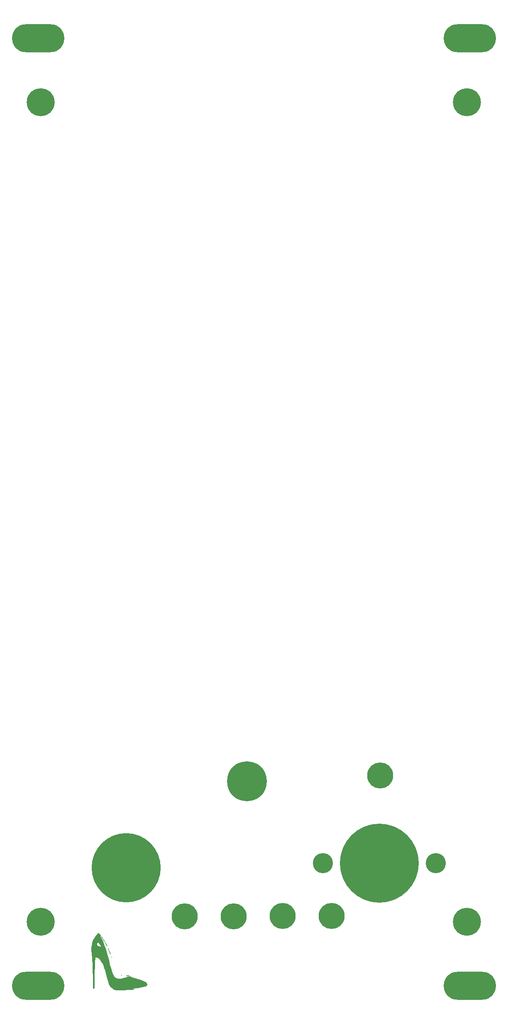
<source format=gbr>
G04 #@! TF.GenerationSoftware,KiCad,Pcbnew,(5.1.7)-1*
G04 #@! TF.CreationDate,2023-03-06T20:39:05+00:00*
G04 #@! TF.ProjectId,KOSMO-POLY6-PICO-DCO-FP,4b4f534d-4f2d-4504-9f4c-59362d504943,V0.1.0*
G04 #@! TF.SameCoordinates,Original*
G04 #@! TF.FileFunction,Soldermask,Bot*
G04 #@! TF.FilePolarity,Negative*
%FSLAX46Y46*%
G04 Gerber Fmt 4.6, Leading zero omitted, Abs format (unit mm)*
G04 Created by KiCad (PCBNEW (5.1.7)-1) date 2023-03-06 20:39:05*
%MOMM*%
%LPD*%
G01*
G04 APERTURE LIST*
%ADD10C,0.010000*%
%ADD11C,5.302000*%
%ADD12C,4.102000*%
%ADD13C,16.102000*%
%ADD14C,8.102000*%
%ADD15C,14.102000*%
%ADD16C,5.702000*%
%ADD17O,10.702000X5.702000*%
G04 APERTURE END LIST*
D10*
G36*
X81132132Y-182875615D02*
G01*
X81295448Y-183031238D01*
X81444122Y-183201030D01*
X81616192Y-183408659D01*
X81380807Y-183201030D01*
X81261603Y-183097853D01*
X81200389Y-183056495D01*
X81200331Y-183089835D01*
X81264595Y-183210750D01*
X81396345Y-183432118D01*
X81465868Y-183547079D01*
X81690556Y-183942521D01*
X81903207Y-184370426D01*
X82108205Y-184843827D01*
X82309934Y-185375754D01*
X82512777Y-185979238D01*
X82721119Y-186667309D01*
X82939344Y-187452998D01*
X83171836Y-188349336D01*
X83418773Y-189351926D01*
X83600349Y-190054192D01*
X83778085Y-190642032D01*
X83949735Y-191109149D01*
X84113054Y-191449247D01*
X84224995Y-191612838D01*
X84333607Y-191717548D01*
X84503267Y-191859158D01*
X84587329Y-191924282D01*
X84730298Y-192024538D01*
X84859695Y-192084772D01*
X85016985Y-192114449D01*
X85243632Y-192123032D01*
X85452452Y-192121724D01*
X85766711Y-192109305D01*
X86040155Y-192073902D01*
X86324927Y-192005183D01*
X86673168Y-191892812D01*
X86758918Y-191862816D01*
X87079043Y-191752570D01*
X87297672Y-191686792D01*
X87442589Y-191660487D01*
X87541579Y-191668665D01*
X87622427Y-191706330D01*
X87624041Y-191707344D01*
X87768426Y-191777705D01*
X87994277Y-191866161D01*
X88226232Y-191944951D01*
X88900808Y-192158943D01*
X89454766Y-192340000D01*
X89900286Y-192494234D01*
X90249548Y-192627757D01*
X90514731Y-192746684D01*
X90708014Y-192857127D01*
X90841578Y-192965199D01*
X90927603Y-193077013D01*
X90978267Y-193198682D01*
X91005750Y-193336319D01*
X91006279Y-193340267D01*
X91004969Y-193443277D01*
X90948151Y-193516745D01*
X90806620Y-193585221D01*
X90648575Y-193640963D01*
X90452026Y-193695209D01*
X90150676Y-193763976D01*
X89776515Y-193840620D01*
X89361534Y-193918497D01*
X89061668Y-193970558D01*
X88669849Y-194037664D01*
X88327322Y-194099211D01*
X88056673Y-194150904D01*
X87880488Y-194188452D01*
X87821659Y-194206239D01*
X87860224Y-194227441D01*
X87997673Y-194239172D01*
X88055514Y-194239995D01*
X88217718Y-194253246D01*
X88266720Y-194289073D01*
X88257376Y-194302529D01*
X88173304Y-194320470D01*
X87973282Y-194338493D01*
X87679778Y-194355995D01*
X87315260Y-194372371D01*
X86902195Y-194387015D01*
X86463051Y-194399322D01*
X86020297Y-194408688D01*
X85596401Y-194414509D01*
X85213829Y-194416179D01*
X84895050Y-194413093D01*
X84662532Y-194404647D01*
X84610019Y-194400713D01*
X84418390Y-194372533D01*
X84299906Y-194334384D01*
X84281273Y-194313809D01*
X84224188Y-194250935D01*
X84085652Y-194175843D01*
X84074390Y-194171094D01*
X83852086Y-194029547D01*
X83614106Y-193799249D01*
X83396129Y-193519987D01*
X83235729Y-193235851D01*
X83182109Y-193086085D01*
X83101939Y-192824723D01*
X83001659Y-192474599D01*
X82887711Y-192058548D01*
X82766532Y-191599405D01*
X82690015Y-191300821D01*
X82544184Y-190734986D01*
X82420613Y-190281372D01*
X82311847Y-189917008D01*
X82210427Y-189618924D01*
X82108899Y-189364148D01*
X81999804Y-189129709D01*
X81959349Y-189049944D01*
X81719616Y-188639583D01*
X81462040Y-188291905D01*
X81200244Y-188017717D01*
X80947853Y-187827827D01*
X80718490Y-187733041D01*
X80525779Y-187744166D01*
X80415887Y-187825600D01*
X80397584Y-187913092D01*
X80378066Y-188122110D01*
X80357879Y-188435775D01*
X80337568Y-188837205D01*
X80317681Y-189309519D01*
X80298763Y-189835835D01*
X80281362Y-190399272D01*
X80266022Y-190982950D01*
X80253292Y-191569988D01*
X80243716Y-192143503D01*
X80237842Y-192686615D01*
X80236216Y-193182443D01*
X80236841Y-193357570D01*
X80237244Y-193685967D01*
X80230850Y-193900225D01*
X80213147Y-194024602D01*
X80179620Y-194083361D01*
X80125757Y-194100761D01*
X80098421Y-194101575D01*
X80061160Y-194098765D01*
X80031010Y-194081487D01*
X80007206Y-194036470D01*
X79988982Y-193950440D01*
X79975573Y-193810127D01*
X79966214Y-193602258D01*
X79960141Y-193313562D01*
X79956587Y-192930766D01*
X79954789Y-192440599D01*
X79953980Y-191829788D01*
X79953795Y-191592719D01*
X79947289Y-190661148D01*
X79929656Y-189791127D01*
X79901587Y-188994213D01*
X79863770Y-188281959D01*
X79816897Y-187665918D01*
X79761658Y-187157646D01*
X79698743Y-186768695D01*
X79654804Y-186587846D01*
X79614969Y-186295008D01*
X79630881Y-185911934D01*
X79695528Y-185471762D01*
X79801897Y-185007630D01*
X79810226Y-184980769D01*
X80763708Y-184980769D01*
X80763744Y-185178395D01*
X80875339Y-185364249D01*
X81087802Y-185513166D01*
X81210439Y-185560489D01*
X81473877Y-185632804D01*
X81620900Y-185651062D01*
X81651300Y-185631319D01*
X81611370Y-185496779D01*
X81508830Y-185300594D01*
X81369560Y-185087566D01*
X81249274Y-184935332D01*
X81110438Y-184784257D01*
X81023621Y-184724672D01*
X80951518Y-184742327D01*
X80885922Y-184796539D01*
X80763708Y-184980769D01*
X79810226Y-184980769D01*
X79942973Y-184552674D01*
X80111745Y-184140033D01*
X80214950Y-183941168D01*
X80332071Y-183750701D01*
X80483160Y-183524336D01*
X80647634Y-183290430D01*
X80804907Y-183077342D01*
X80934395Y-182913428D01*
X81015514Y-182827047D01*
X81028532Y-182820376D01*
X81132132Y-182875615D01*
G37*
X81132132Y-182875615D02*
X81295448Y-183031238D01*
X81444122Y-183201030D01*
X81616192Y-183408659D01*
X81380807Y-183201030D01*
X81261603Y-183097853D01*
X81200389Y-183056495D01*
X81200331Y-183089835D01*
X81264595Y-183210750D01*
X81396345Y-183432118D01*
X81465868Y-183547079D01*
X81690556Y-183942521D01*
X81903207Y-184370426D01*
X82108205Y-184843827D01*
X82309934Y-185375754D01*
X82512777Y-185979238D01*
X82721119Y-186667309D01*
X82939344Y-187452998D01*
X83171836Y-188349336D01*
X83418773Y-189351926D01*
X83600349Y-190054192D01*
X83778085Y-190642032D01*
X83949735Y-191109149D01*
X84113054Y-191449247D01*
X84224995Y-191612838D01*
X84333607Y-191717548D01*
X84503267Y-191859158D01*
X84587329Y-191924282D01*
X84730298Y-192024538D01*
X84859695Y-192084772D01*
X85016985Y-192114449D01*
X85243632Y-192123032D01*
X85452452Y-192121724D01*
X85766711Y-192109305D01*
X86040155Y-192073902D01*
X86324927Y-192005183D01*
X86673168Y-191892812D01*
X86758918Y-191862816D01*
X87079043Y-191752570D01*
X87297672Y-191686792D01*
X87442589Y-191660487D01*
X87541579Y-191668665D01*
X87622427Y-191706330D01*
X87624041Y-191707344D01*
X87768426Y-191777705D01*
X87994277Y-191866161D01*
X88226232Y-191944951D01*
X88900808Y-192158943D01*
X89454766Y-192340000D01*
X89900286Y-192494234D01*
X90249548Y-192627757D01*
X90514731Y-192746684D01*
X90708014Y-192857127D01*
X90841578Y-192965199D01*
X90927603Y-193077013D01*
X90978267Y-193198682D01*
X91005750Y-193336319D01*
X91006279Y-193340267D01*
X91004969Y-193443277D01*
X90948151Y-193516745D01*
X90806620Y-193585221D01*
X90648575Y-193640963D01*
X90452026Y-193695209D01*
X90150676Y-193763976D01*
X89776515Y-193840620D01*
X89361534Y-193918497D01*
X89061668Y-193970558D01*
X88669849Y-194037664D01*
X88327322Y-194099211D01*
X88056673Y-194150904D01*
X87880488Y-194188452D01*
X87821659Y-194206239D01*
X87860224Y-194227441D01*
X87997673Y-194239172D01*
X88055514Y-194239995D01*
X88217718Y-194253246D01*
X88266720Y-194289073D01*
X88257376Y-194302529D01*
X88173304Y-194320470D01*
X87973282Y-194338493D01*
X87679778Y-194355995D01*
X87315260Y-194372371D01*
X86902195Y-194387015D01*
X86463051Y-194399322D01*
X86020297Y-194408688D01*
X85596401Y-194414509D01*
X85213829Y-194416179D01*
X84895050Y-194413093D01*
X84662532Y-194404647D01*
X84610019Y-194400713D01*
X84418390Y-194372533D01*
X84299906Y-194334384D01*
X84281273Y-194313809D01*
X84224188Y-194250935D01*
X84085652Y-194175843D01*
X84074390Y-194171094D01*
X83852086Y-194029547D01*
X83614106Y-193799249D01*
X83396129Y-193519987D01*
X83235729Y-193235851D01*
X83182109Y-193086085D01*
X83101939Y-192824723D01*
X83001659Y-192474599D01*
X82887711Y-192058548D01*
X82766532Y-191599405D01*
X82690015Y-191300821D01*
X82544184Y-190734986D01*
X82420613Y-190281372D01*
X82311847Y-189917008D01*
X82210427Y-189618924D01*
X82108899Y-189364148D01*
X81999804Y-189129709D01*
X81959349Y-189049944D01*
X81719616Y-188639583D01*
X81462040Y-188291905D01*
X81200244Y-188017717D01*
X80947853Y-187827827D01*
X80718490Y-187733041D01*
X80525779Y-187744166D01*
X80415887Y-187825600D01*
X80397584Y-187913092D01*
X80378066Y-188122110D01*
X80357879Y-188435775D01*
X80337568Y-188837205D01*
X80317681Y-189309519D01*
X80298763Y-189835835D01*
X80281362Y-190399272D01*
X80266022Y-190982950D01*
X80253292Y-191569988D01*
X80243716Y-192143503D01*
X80237842Y-192686615D01*
X80236216Y-193182443D01*
X80236841Y-193357570D01*
X80237244Y-193685967D01*
X80230850Y-193900225D01*
X80213147Y-194024602D01*
X80179620Y-194083361D01*
X80125757Y-194100761D01*
X80098421Y-194101575D01*
X80061160Y-194098765D01*
X80031010Y-194081487D01*
X80007206Y-194036470D01*
X79988982Y-193950440D01*
X79975573Y-193810127D01*
X79966214Y-193602258D01*
X79960141Y-193313562D01*
X79956587Y-192930766D01*
X79954789Y-192440599D01*
X79953980Y-191829788D01*
X79953795Y-191592719D01*
X79947289Y-190661148D01*
X79929656Y-189791127D01*
X79901587Y-188994213D01*
X79863770Y-188281959D01*
X79816897Y-187665918D01*
X79761658Y-187157646D01*
X79698743Y-186768695D01*
X79654804Y-186587846D01*
X79614969Y-186295008D01*
X79630881Y-185911934D01*
X79695528Y-185471762D01*
X79801897Y-185007630D01*
X79810226Y-184980769D01*
X80763708Y-184980769D01*
X80763744Y-185178395D01*
X80875339Y-185364249D01*
X81087802Y-185513166D01*
X81210439Y-185560489D01*
X81473877Y-185632804D01*
X81620900Y-185651062D01*
X81651300Y-185631319D01*
X81611370Y-185496779D01*
X81508830Y-185300594D01*
X81369560Y-185087566D01*
X81249274Y-184935332D01*
X81110438Y-184784257D01*
X81023621Y-184724672D01*
X80951518Y-184742327D01*
X80885922Y-184796539D01*
X80763708Y-184980769D01*
X79810226Y-184980769D01*
X79942973Y-184552674D01*
X80111745Y-184140033D01*
X80214950Y-183941168D01*
X80332071Y-183750701D01*
X80483160Y-183524336D01*
X80647634Y-183290430D01*
X80804907Y-183077342D01*
X80934395Y-182913428D01*
X81015514Y-182827047D01*
X81028532Y-182820376D01*
X81132132Y-182875615D01*
G36*
X87298409Y-191489369D02*
G01*
X87307658Y-191490303D01*
X87373148Y-191503136D01*
X87313853Y-191512871D01*
X87143400Y-191517813D01*
X87084270Y-191518102D01*
X86882233Y-191515052D01*
X86782286Y-191506468D01*
X86800730Y-191494050D01*
X86823189Y-191490861D01*
X87052058Y-191479242D01*
X87298409Y-191489369D01*
G37*
X87298409Y-191489369D02*
X87307658Y-191490303D01*
X87373148Y-191503136D01*
X87313853Y-191512871D01*
X87143400Y-191517813D01*
X87084270Y-191518102D01*
X86882233Y-191515052D01*
X86782286Y-191506468D01*
X86800730Y-191494050D01*
X86823189Y-191490861D01*
X87052058Y-191479242D01*
X87298409Y-191489369D01*
G36*
X85803888Y-191436997D02*
G01*
X85769283Y-191471602D01*
X85734679Y-191436997D01*
X85769283Y-191402392D01*
X85803888Y-191436997D01*
G37*
X85803888Y-191436997D02*
X85769283Y-191471602D01*
X85734679Y-191436997D01*
X85769283Y-191402392D01*
X85803888Y-191436997D01*
G36*
X83796804Y-187699668D02*
G01*
X83762199Y-187734273D01*
X83727594Y-187699668D01*
X83762199Y-187665063D01*
X83796804Y-187699668D01*
G37*
X83796804Y-187699668D02*
X83762199Y-187734273D01*
X83727594Y-187699668D01*
X83762199Y-187665063D01*
X83796804Y-187699668D01*
G36*
X83589174Y-187145989D02*
G01*
X83554570Y-187180594D01*
X83519965Y-187145989D01*
X83554570Y-187111384D01*
X83589174Y-187145989D01*
G37*
X83589174Y-187145989D02*
X83554570Y-187180594D01*
X83519965Y-187145989D01*
X83554570Y-187111384D01*
X83589174Y-187145989D01*
G36*
X83519965Y-187007570D02*
G01*
X83485360Y-187042174D01*
X83450755Y-187007570D01*
X83485360Y-186972965D01*
X83519965Y-187007570D01*
G37*
X83519965Y-187007570D02*
X83485360Y-187042174D01*
X83450755Y-187007570D01*
X83485360Y-186972965D01*
X83519965Y-187007570D01*
G36*
X83427685Y-186788405D02*
G01*
X83435968Y-186870541D01*
X83427685Y-186880685D01*
X83386540Y-186871185D01*
X83381545Y-186834545D01*
X83406868Y-186777578D01*
X83427685Y-186788405D01*
G37*
X83427685Y-186788405D02*
X83435968Y-186870541D01*
X83427685Y-186880685D01*
X83386540Y-186871185D01*
X83381545Y-186834545D01*
X83406868Y-186777578D01*
X83427685Y-186788405D01*
G36*
X83381545Y-186661521D02*
G01*
X83346940Y-186696125D01*
X83312335Y-186661521D01*
X83346940Y-186626916D01*
X83381545Y-186661521D01*
G37*
X83381545Y-186661521D02*
X83346940Y-186696125D01*
X83312335Y-186661521D01*
X83346940Y-186626916D01*
X83381545Y-186661521D01*
G36*
X83312335Y-186523101D02*
G01*
X83277730Y-186557706D01*
X83243125Y-186523101D01*
X83277730Y-186488496D01*
X83312335Y-186523101D01*
G37*
X83312335Y-186523101D02*
X83277730Y-186557706D01*
X83243125Y-186523101D01*
X83277730Y-186488496D01*
X83312335Y-186523101D01*
G36*
X83220056Y-186303937D02*
G01*
X83228339Y-186386072D01*
X83220056Y-186396216D01*
X83178910Y-186386716D01*
X83173916Y-186350076D01*
X83199238Y-186293109D01*
X83220056Y-186303937D01*
G37*
X83220056Y-186303937D02*
X83228339Y-186386072D01*
X83220056Y-186396216D01*
X83178910Y-186386716D01*
X83173916Y-186350076D01*
X83199238Y-186293109D01*
X83220056Y-186303937D01*
G36*
X83173916Y-186177052D02*
G01*
X83139311Y-186211657D01*
X83104706Y-186177052D01*
X83139311Y-186142447D01*
X83173916Y-186177052D01*
G37*
X83173916Y-186177052D02*
X83139311Y-186211657D01*
X83104706Y-186177052D01*
X83139311Y-186142447D01*
X83173916Y-186177052D01*
G36*
X83104706Y-186038632D02*
G01*
X83070101Y-186073237D01*
X83035496Y-186038632D01*
X83070101Y-186004027D01*
X83104706Y-186038632D01*
G37*
X83104706Y-186038632D02*
X83070101Y-186073237D01*
X83035496Y-186038632D01*
X83070101Y-186004027D01*
X83104706Y-186038632D01*
G36*
X82827867Y-185415744D02*
G01*
X82793262Y-185450349D01*
X82758657Y-185415744D01*
X82793262Y-185381139D01*
X82827867Y-185415744D01*
G37*
X82827867Y-185415744D02*
X82793262Y-185450349D01*
X82758657Y-185415744D01*
X82793262Y-185381139D01*
X82827867Y-185415744D01*
G36*
X82758657Y-185277324D02*
G01*
X82724052Y-185311929D01*
X82689447Y-185277324D01*
X82724052Y-185242719D01*
X82758657Y-185277324D01*
G37*
X82758657Y-185277324D02*
X82724052Y-185311929D01*
X82689447Y-185277324D01*
X82724052Y-185242719D01*
X82758657Y-185277324D01*
G36*
X82689447Y-185138905D02*
G01*
X82654842Y-185173510D01*
X82620237Y-185138905D01*
X82654842Y-185104300D01*
X82689447Y-185138905D01*
G37*
X82689447Y-185138905D02*
X82654842Y-185173510D01*
X82620237Y-185138905D01*
X82654842Y-185104300D01*
X82689447Y-185138905D01*
G36*
X82620237Y-185000485D02*
G01*
X82585632Y-185035090D01*
X82551027Y-185000485D01*
X82585632Y-184965880D01*
X82620237Y-185000485D01*
G37*
X82620237Y-185000485D02*
X82585632Y-185035090D01*
X82551027Y-185000485D01*
X82585632Y-184965880D01*
X82620237Y-185000485D01*
G36*
X82551027Y-184862065D02*
G01*
X82516422Y-184896670D01*
X82481818Y-184862065D01*
X82516422Y-184827461D01*
X82551027Y-184862065D01*
G37*
X82551027Y-184862065D02*
X82516422Y-184896670D01*
X82481818Y-184862065D01*
X82516422Y-184827461D01*
X82551027Y-184862065D01*
G36*
X81863676Y-183774335D02*
G01*
X81964823Y-183917530D01*
X82096971Y-184120434D01*
X82117232Y-184152665D01*
X82286726Y-184424090D01*
X82394374Y-184599313D01*
X82451976Y-184699337D01*
X82471332Y-184745162D01*
X82464243Y-184757788D01*
X82457501Y-184758251D01*
X82407861Y-184704019D01*
X82306714Y-184560825D01*
X82174566Y-184357920D01*
X82154305Y-184325689D01*
X81984811Y-184054265D01*
X81877163Y-183879041D01*
X81819561Y-183779017D01*
X81800205Y-183733193D01*
X81807294Y-183720566D01*
X81814036Y-183720104D01*
X81863676Y-183774335D01*
G37*
X81863676Y-183774335D02*
X81964823Y-183917530D01*
X82096971Y-184120434D01*
X82117232Y-184152665D01*
X82286726Y-184424090D01*
X82394374Y-184599313D01*
X82451976Y-184699337D01*
X82471332Y-184745162D01*
X82464243Y-184757788D01*
X82457501Y-184758251D01*
X82407861Y-184704019D01*
X82306714Y-184560825D01*
X82174566Y-184357920D01*
X82154305Y-184325689D01*
X81984811Y-184054265D01*
X81877163Y-183879041D01*
X81819561Y-183779017D01*
X81800205Y-183733193D01*
X81807294Y-183720566D01*
X81814036Y-183720104D01*
X81863676Y-183774335D01*
G36*
X81640606Y-183471260D02*
G01*
X81714323Y-183535597D01*
X81720510Y-183551164D01*
X81687664Y-183579610D01*
X81619281Y-183515869D01*
X81610086Y-183501781D01*
X81601929Y-183454421D01*
X81640606Y-183471260D01*
G37*
X81640606Y-183471260D02*
X81714323Y-183535597D01*
X81720510Y-183551164D01*
X81687664Y-183579610D01*
X81619281Y-183515869D01*
X81610086Y-183501781D01*
X81601929Y-183454421D01*
X81640606Y-183471260D01*
G36*
X81132132Y-182875615D02*
G01*
X81295448Y-183031238D01*
X81444122Y-183201030D01*
X81616192Y-183408659D01*
X81380807Y-183201030D01*
X81261603Y-183097853D01*
X81200389Y-183056495D01*
X81200331Y-183089835D01*
X81264595Y-183210750D01*
X81396345Y-183432118D01*
X81465868Y-183547079D01*
X81690556Y-183942521D01*
X81903207Y-184370426D01*
X82108205Y-184843827D01*
X82309934Y-185375754D01*
X82512777Y-185979238D01*
X82721119Y-186667309D01*
X82939344Y-187452998D01*
X83171836Y-188349336D01*
X83418773Y-189351926D01*
X83600349Y-190054192D01*
X83778085Y-190642032D01*
X83949735Y-191109149D01*
X84113054Y-191449247D01*
X84224995Y-191612838D01*
X84333607Y-191717548D01*
X84503267Y-191859158D01*
X84587329Y-191924282D01*
X84730298Y-192024538D01*
X84859695Y-192084772D01*
X85016985Y-192114449D01*
X85243632Y-192123032D01*
X85452452Y-192121724D01*
X85766711Y-192109305D01*
X86040155Y-192073902D01*
X86324927Y-192005183D01*
X86673168Y-191892812D01*
X86758918Y-191862816D01*
X87079043Y-191752570D01*
X87297672Y-191686792D01*
X87442589Y-191660487D01*
X87541579Y-191668665D01*
X87622427Y-191706330D01*
X87624041Y-191707344D01*
X87768426Y-191777705D01*
X87994277Y-191866161D01*
X88226232Y-191944951D01*
X88900808Y-192158943D01*
X89454766Y-192340000D01*
X89900286Y-192494234D01*
X90249548Y-192627757D01*
X90514731Y-192746684D01*
X90708014Y-192857127D01*
X90841578Y-192965199D01*
X90927603Y-193077013D01*
X90978267Y-193198682D01*
X91005750Y-193336319D01*
X91006279Y-193340267D01*
X91004969Y-193443277D01*
X90948151Y-193516745D01*
X90806620Y-193585221D01*
X90648575Y-193640963D01*
X90452026Y-193695209D01*
X90150676Y-193763976D01*
X89776515Y-193840620D01*
X89361534Y-193918497D01*
X89061668Y-193970558D01*
X88669849Y-194037664D01*
X88327322Y-194099211D01*
X88056673Y-194150904D01*
X87880488Y-194188452D01*
X87821659Y-194206239D01*
X87860224Y-194227441D01*
X87997673Y-194239172D01*
X88055514Y-194239995D01*
X88217718Y-194253246D01*
X88266720Y-194289073D01*
X88257376Y-194302529D01*
X88173304Y-194320470D01*
X87973282Y-194338493D01*
X87679778Y-194355995D01*
X87315260Y-194372371D01*
X86902195Y-194387015D01*
X86463051Y-194399322D01*
X86020297Y-194408688D01*
X85596401Y-194414509D01*
X85213829Y-194416179D01*
X84895050Y-194413093D01*
X84662532Y-194404647D01*
X84610019Y-194400713D01*
X84418390Y-194372533D01*
X84299906Y-194334384D01*
X84281273Y-194313809D01*
X84224188Y-194250935D01*
X84085652Y-194175843D01*
X84074390Y-194171094D01*
X83852086Y-194029547D01*
X83614106Y-193799249D01*
X83396129Y-193519987D01*
X83235729Y-193235851D01*
X83182109Y-193086085D01*
X83101939Y-192824723D01*
X83001659Y-192474599D01*
X82887711Y-192058548D01*
X82766532Y-191599405D01*
X82690015Y-191300821D01*
X82544184Y-190734986D01*
X82420613Y-190281372D01*
X82311847Y-189917008D01*
X82210427Y-189618924D01*
X82108899Y-189364148D01*
X81999804Y-189129709D01*
X81959349Y-189049944D01*
X81719616Y-188639583D01*
X81462040Y-188291905D01*
X81200244Y-188017717D01*
X80947853Y-187827827D01*
X80718490Y-187733041D01*
X80525779Y-187744166D01*
X80415887Y-187825600D01*
X80397584Y-187913092D01*
X80378066Y-188122110D01*
X80357879Y-188435775D01*
X80337568Y-188837205D01*
X80317681Y-189309519D01*
X80298763Y-189835835D01*
X80281362Y-190399272D01*
X80266022Y-190982950D01*
X80253292Y-191569988D01*
X80243716Y-192143503D01*
X80237842Y-192686615D01*
X80236216Y-193182443D01*
X80236841Y-193357570D01*
X80237244Y-193685967D01*
X80230850Y-193900225D01*
X80213147Y-194024602D01*
X80179620Y-194083361D01*
X80125757Y-194100761D01*
X80098421Y-194101575D01*
X80061160Y-194098765D01*
X80031010Y-194081487D01*
X80007206Y-194036470D01*
X79988982Y-193950440D01*
X79975573Y-193810127D01*
X79966214Y-193602258D01*
X79960141Y-193313562D01*
X79956587Y-192930766D01*
X79954789Y-192440599D01*
X79953980Y-191829788D01*
X79953795Y-191592719D01*
X79947289Y-190661148D01*
X79929656Y-189791127D01*
X79901587Y-188994213D01*
X79863770Y-188281959D01*
X79816897Y-187665918D01*
X79761658Y-187157646D01*
X79698743Y-186768695D01*
X79654804Y-186587846D01*
X79614969Y-186295008D01*
X79630881Y-185911934D01*
X79695528Y-185471762D01*
X79801897Y-185007630D01*
X79810226Y-184980769D01*
X80763708Y-184980769D01*
X80763744Y-185178395D01*
X80875339Y-185364249D01*
X81087802Y-185513166D01*
X81210439Y-185560489D01*
X81473877Y-185632804D01*
X81620900Y-185651062D01*
X81651300Y-185631319D01*
X81611370Y-185496779D01*
X81508830Y-185300594D01*
X81369560Y-185087566D01*
X81249274Y-184935332D01*
X81110438Y-184784257D01*
X81023621Y-184724672D01*
X80951518Y-184742327D01*
X80885922Y-184796539D01*
X80763708Y-184980769D01*
X79810226Y-184980769D01*
X79942973Y-184552674D01*
X80111745Y-184140033D01*
X80214950Y-183941168D01*
X80332071Y-183750701D01*
X80483160Y-183524336D01*
X80647634Y-183290430D01*
X80804907Y-183077342D01*
X80934395Y-182913428D01*
X81015514Y-182827047D01*
X81028532Y-182820376D01*
X81132132Y-182875615D01*
G37*
X81132132Y-182875615D02*
X81295448Y-183031238D01*
X81444122Y-183201030D01*
X81616192Y-183408659D01*
X81380807Y-183201030D01*
X81261603Y-183097853D01*
X81200389Y-183056495D01*
X81200331Y-183089835D01*
X81264595Y-183210750D01*
X81396345Y-183432118D01*
X81465868Y-183547079D01*
X81690556Y-183942521D01*
X81903207Y-184370426D01*
X82108205Y-184843827D01*
X82309934Y-185375754D01*
X82512777Y-185979238D01*
X82721119Y-186667309D01*
X82939344Y-187452998D01*
X83171836Y-188349336D01*
X83418773Y-189351926D01*
X83600349Y-190054192D01*
X83778085Y-190642032D01*
X83949735Y-191109149D01*
X84113054Y-191449247D01*
X84224995Y-191612838D01*
X84333607Y-191717548D01*
X84503267Y-191859158D01*
X84587329Y-191924282D01*
X84730298Y-192024538D01*
X84859695Y-192084772D01*
X85016985Y-192114449D01*
X85243632Y-192123032D01*
X85452452Y-192121724D01*
X85766711Y-192109305D01*
X86040155Y-192073902D01*
X86324927Y-192005183D01*
X86673168Y-191892812D01*
X86758918Y-191862816D01*
X87079043Y-191752570D01*
X87297672Y-191686792D01*
X87442589Y-191660487D01*
X87541579Y-191668665D01*
X87622427Y-191706330D01*
X87624041Y-191707344D01*
X87768426Y-191777705D01*
X87994277Y-191866161D01*
X88226232Y-191944951D01*
X88900808Y-192158943D01*
X89454766Y-192340000D01*
X89900286Y-192494234D01*
X90249548Y-192627757D01*
X90514731Y-192746684D01*
X90708014Y-192857127D01*
X90841578Y-192965199D01*
X90927603Y-193077013D01*
X90978267Y-193198682D01*
X91005750Y-193336319D01*
X91006279Y-193340267D01*
X91004969Y-193443277D01*
X90948151Y-193516745D01*
X90806620Y-193585221D01*
X90648575Y-193640963D01*
X90452026Y-193695209D01*
X90150676Y-193763976D01*
X89776515Y-193840620D01*
X89361534Y-193918497D01*
X89061668Y-193970558D01*
X88669849Y-194037664D01*
X88327322Y-194099211D01*
X88056673Y-194150904D01*
X87880488Y-194188452D01*
X87821659Y-194206239D01*
X87860224Y-194227441D01*
X87997673Y-194239172D01*
X88055514Y-194239995D01*
X88217718Y-194253246D01*
X88266720Y-194289073D01*
X88257376Y-194302529D01*
X88173304Y-194320470D01*
X87973282Y-194338493D01*
X87679778Y-194355995D01*
X87315260Y-194372371D01*
X86902195Y-194387015D01*
X86463051Y-194399322D01*
X86020297Y-194408688D01*
X85596401Y-194414509D01*
X85213829Y-194416179D01*
X84895050Y-194413093D01*
X84662532Y-194404647D01*
X84610019Y-194400713D01*
X84418390Y-194372533D01*
X84299906Y-194334384D01*
X84281273Y-194313809D01*
X84224188Y-194250935D01*
X84085652Y-194175843D01*
X84074390Y-194171094D01*
X83852086Y-194029547D01*
X83614106Y-193799249D01*
X83396129Y-193519987D01*
X83235729Y-193235851D01*
X83182109Y-193086085D01*
X83101939Y-192824723D01*
X83001659Y-192474599D01*
X82887711Y-192058548D01*
X82766532Y-191599405D01*
X82690015Y-191300821D01*
X82544184Y-190734986D01*
X82420613Y-190281372D01*
X82311847Y-189917008D01*
X82210427Y-189618924D01*
X82108899Y-189364148D01*
X81999804Y-189129709D01*
X81959349Y-189049944D01*
X81719616Y-188639583D01*
X81462040Y-188291905D01*
X81200244Y-188017717D01*
X80947853Y-187827827D01*
X80718490Y-187733041D01*
X80525779Y-187744166D01*
X80415887Y-187825600D01*
X80397584Y-187913092D01*
X80378066Y-188122110D01*
X80357879Y-188435775D01*
X80337568Y-188837205D01*
X80317681Y-189309519D01*
X80298763Y-189835835D01*
X80281362Y-190399272D01*
X80266022Y-190982950D01*
X80253292Y-191569988D01*
X80243716Y-192143503D01*
X80237842Y-192686615D01*
X80236216Y-193182443D01*
X80236841Y-193357570D01*
X80237244Y-193685967D01*
X80230850Y-193900225D01*
X80213147Y-194024602D01*
X80179620Y-194083361D01*
X80125757Y-194100761D01*
X80098421Y-194101575D01*
X80061160Y-194098765D01*
X80031010Y-194081487D01*
X80007206Y-194036470D01*
X79988982Y-193950440D01*
X79975573Y-193810127D01*
X79966214Y-193602258D01*
X79960141Y-193313562D01*
X79956587Y-192930766D01*
X79954789Y-192440599D01*
X79953980Y-191829788D01*
X79953795Y-191592719D01*
X79947289Y-190661148D01*
X79929656Y-189791127D01*
X79901587Y-188994213D01*
X79863770Y-188281959D01*
X79816897Y-187665918D01*
X79761658Y-187157646D01*
X79698743Y-186768695D01*
X79654804Y-186587846D01*
X79614969Y-186295008D01*
X79630881Y-185911934D01*
X79695528Y-185471762D01*
X79801897Y-185007630D01*
X79810226Y-184980769D01*
X80763708Y-184980769D01*
X80763744Y-185178395D01*
X80875339Y-185364249D01*
X81087802Y-185513166D01*
X81210439Y-185560489D01*
X81473877Y-185632804D01*
X81620900Y-185651062D01*
X81651300Y-185631319D01*
X81611370Y-185496779D01*
X81508830Y-185300594D01*
X81369560Y-185087566D01*
X81249274Y-184935332D01*
X81110438Y-184784257D01*
X81023621Y-184724672D01*
X80951518Y-184742327D01*
X80885922Y-184796539D01*
X80763708Y-184980769D01*
X79810226Y-184980769D01*
X79942973Y-184552674D01*
X80111745Y-184140033D01*
X80214950Y-183941168D01*
X80332071Y-183750701D01*
X80483160Y-183524336D01*
X80647634Y-183290430D01*
X80804907Y-183077342D01*
X80934395Y-182913428D01*
X81015514Y-182827047D01*
X81028532Y-182820376D01*
X81132132Y-182875615D01*
G36*
X87298409Y-191489369D02*
G01*
X87307658Y-191490303D01*
X87373148Y-191503136D01*
X87313853Y-191512871D01*
X87143400Y-191517813D01*
X87084270Y-191518102D01*
X86882233Y-191515052D01*
X86782286Y-191506468D01*
X86800730Y-191494050D01*
X86823189Y-191490861D01*
X87052058Y-191479242D01*
X87298409Y-191489369D01*
G37*
X87298409Y-191489369D02*
X87307658Y-191490303D01*
X87373148Y-191503136D01*
X87313853Y-191512871D01*
X87143400Y-191517813D01*
X87084270Y-191518102D01*
X86882233Y-191515052D01*
X86782286Y-191506468D01*
X86800730Y-191494050D01*
X86823189Y-191490861D01*
X87052058Y-191479242D01*
X87298409Y-191489369D01*
G36*
X85803888Y-191436997D02*
G01*
X85769283Y-191471602D01*
X85734679Y-191436997D01*
X85769283Y-191402392D01*
X85803888Y-191436997D01*
G37*
X85803888Y-191436997D02*
X85769283Y-191471602D01*
X85734679Y-191436997D01*
X85769283Y-191402392D01*
X85803888Y-191436997D01*
G36*
X83796804Y-187699668D02*
G01*
X83762199Y-187734273D01*
X83727594Y-187699668D01*
X83762199Y-187665063D01*
X83796804Y-187699668D01*
G37*
X83796804Y-187699668D02*
X83762199Y-187734273D01*
X83727594Y-187699668D01*
X83762199Y-187665063D01*
X83796804Y-187699668D01*
G36*
X83589174Y-187145989D02*
G01*
X83554570Y-187180594D01*
X83519965Y-187145989D01*
X83554570Y-187111384D01*
X83589174Y-187145989D01*
G37*
X83589174Y-187145989D02*
X83554570Y-187180594D01*
X83519965Y-187145989D01*
X83554570Y-187111384D01*
X83589174Y-187145989D01*
G36*
X83519965Y-187007570D02*
G01*
X83485360Y-187042174D01*
X83450755Y-187007570D01*
X83485360Y-186972965D01*
X83519965Y-187007570D01*
G37*
X83519965Y-187007570D02*
X83485360Y-187042174D01*
X83450755Y-187007570D01*
X83485360Y-186972965D01*
X83519965Y-187007570D01*
G36*
X83427685Y-186788405D02*
G01*
X83435968Y-186870541D01*
X83427685Y-186880685D01*
X83386540Y-186871185D01*
X83381545Y-186834545D01*
X83406868Y-186777578D01*
X83427685Y-186788405D01*
G37*
X83427685Y-186788405D02*
X83435968Y-186870541D01*
X83427685Y-186880685D01*
X83386540Y-186871185D01*
X83381545Y-186834545D01*
X83406868Y-186777578D01*
X83427685Y-186788405D01*
G36*
X83381545Y-186661521D02*
G01*
X83346940Y-186696125D01*
X83312335Y-186661521D01*
X83346940Y-186626916D01*
X83381545Y-186661521D01*
G37*
X83381545Y-186661521D02*
X83346940Y-186696125D01*
X83312335Y-186661521D01*
X83346940Y-186626916D01*
X83381545Y-186661521D01*
G36*
X83312335Y-186523101D02*
G01*
X83277730Y-186557706D01*
X83243125Y-186523101D01*
X83277730Y-186488496D01*
X83312335Y-186523101D01*
G37*
X83312335Y-186523101D02*
X83277730Y-186557706D01*
X83243125Y-186523101D01*
X83277730Y-186488496D01*
X83312335Y-186523101D01*
G36*
X83220056Y-186303937D02*
G01*
X83228339Y-186386072D01*
X83220056Y-186396216D01*
X83178910Y-186386716D01*
X83173916Y-186350076D01*
X83199238Y-186293109D01*
X83220056Y-186303937D01*
G37*
X83220056Y-186303937D02*
X83228339Y-186386072D01*
X83220056Y-186396216D01*
X83178910Y-186386716D01*
X83173916Y-186350076D01*
X83199238Y-186293109D01*
X83220056Y-186303937D01*
G36*
X83173916Y-186177052D02*
G01*
X83139311Y-186211657D01*
X83104706Y-186177052D01*
X83139311Y-186142447D01*
X83173916Y-186177052D01*
G37*
X83173916Y-186177052D02*
X83139311Y-186211657D01*
X83104706Y-186177052D01*
X83139311Y-186142447D01*
X83173916Y-186177052D01*
G36*
X83104706Y-186038632D02*
G01*
X83070101Y-186073237D01*
X83035496Y-186038632D01*
X83070101Y-186004027D01*
X83104706Y-186038632D01*
G37*
X83104706Y-186038632D02*
X83070101Y-186073237D01*
X83035496Y-186038632D01*
X83070101Y-186004027D01*
X83104706Y-186038632D01*
G36*
X82827867Y-185415744D02*
G01*
X82793262Y-185450349D01*
X82758657Y-185415744D01*
X82793262Y-185381139D01*
X82827867Y-185415744D01*
G37*
X82827867Y-185415744D02*
X82793262Y-185450349D01*
X82758657Y-185415744D01*
X82793262Y-185381139D01*
X82827867Y-185415744D01*
G36*
X82758657Y-185277324D02*
G01*
X82724052Y-185311929D01*
X82689447Y-185277324D01*
X82724052Y-185242719D01*
X82758657Y-185277324D01*
G37*
X82758657Y-185277324D02*
X82724052Y-185311929D01*
X82689447Y-185277324D01*
X82724052Y-185242719D01*
X82758657Y-185277324D01*
G36*
X82689447Y-185138905D02*
G01*
X82654842Y-185173510D01*
X82620237Y-185138905D01*
X82654842Y-185104300D01*
X82689447Y-185138905D01*
G37*
X82689447Y-185138905D02*
X82654842Y-185173510D01*
X82620237Y-185138905D01*
X82654842Y-185104300D01*
X82689447Y-185138905D01*
G36*
X82620237Y-185000485D02*
G01*
X82585632Y-185035090D01*
X82551027Y-185000485D01*
X82585632Y-184965880D01*
X82620237Y-185000485D01*
G37*
X82620237Y-185000485D02*
X82585632Y-185035090D01*
X82551027Y-185000485D01*
X82585632Y-184965880D01*
X82620237Y-185000485D01*
G36*
X82551027Y-184862065D02*
G01*
X82516422Y-184896670D01*
X82481818Y-184862065D01*
X82516422Y-184827461D01*
X82551027Y-184862065D01*
G37*
X82551027Y-184862065D02*
X82516422Y-184896670D01*
X82481818Y-184862065D01*
X82516422Y-184827461D01*
X82551027Y-184862065D01*
G36*
X81863676Y-183774335D02*
G01*
X81964823Y-183917530D01*
X82096971Y-184120434D01*
X82117232Y-184152665D01*
X82286726Y-184424090D01*
X82394374Y-184599313D01*
X82451976Y-184699337D01*
X82471332Y-184745162D01*
X82464243Y-184757788D01*
X82457501Y-184758251D01*
X82407861Y-184704019D01*
X82306714Y-184560825D01*
X82174566Y-184357920D01*
X82154305Y-184325689D01*
X81984811Y-184054265D01*
X81877163Y-183879041D01*
X81819561Y-183779017D01*
X81800205Y-183733193D01*
X81807294Y-183720566D01*
X81814036Y-183720104D01*
X81863676Y-183774335D01*
G37*
X81863676Y-183774335D02*
X81964823Y-183917530D01*
X82096971Y-184120434D01*
X82117232Y-184152665D01*
X82286726Y-184424090D01*
X82394374Y-184599313D01*
X82451976Y-184699337D01*
X82471332Y-184745162D01*
X82464243Y-184757788D01*
X82457501Y-184758251D01*
X82407861Y-184704019D01*
X82306714Y-184560825D01*
X82174566Y-184357920D01*
X82154305Y-184325689D01*
X81984811Y-184054265D01*
X81877163Y-183879041D01*
X81819561Y-183779017D01*
X81800205Y-183733193D01*
X81807294Y-183720566D01*
X81814036Y-183720104D01*
X81863676Y-183774335D01*
G36*
X81640606Y-183471260D02*
G01*
X81714323Y-183535597D01*
X81720510Y-183551164D01*
X81687664Y-183579610D01*
X81619281Y-183515869D01*
X81610086Y-183501781D01*
X81601929Y-183454421D01*
X81640606Y-183471260D01*
G37*
X81640606Y-183471260D02*
X81714323Y-183535597D01*
X81720510Y-183551164D01*
X81687664Y-183579610D01*
X81619281Y-183515869D01*
X81610086Y-183501781D01*
X81601929Y-183454421D01*
X81640606Y-183471260D01*
D11*
X128698000Y-179333000D03*
X108682000Y-179456000D03*
X138616000Y-150767000D03*
X118698000Y-179333000D03*
X98666000Y-179446000D03*
D12*
X126937000Y-168585000D03*
X149937000Y-168585000D03*
D13*
X138437000Y-168585000D03*
D14*
X111401000Y-151911000D03*
D15*
X86739000Y-169579000D03*
D16*
X69316000Y-180539000D03*
X156302000Y-180541000D03*
X156314000Y-13547000D03*
X69314000Y-13545000D03*
D17*
X68845000Y-556000D03*
X156845000Y-556000D03*
X156845000Y-193556000D03*
X68845000Y-193556000D03*
M02*

</source>
